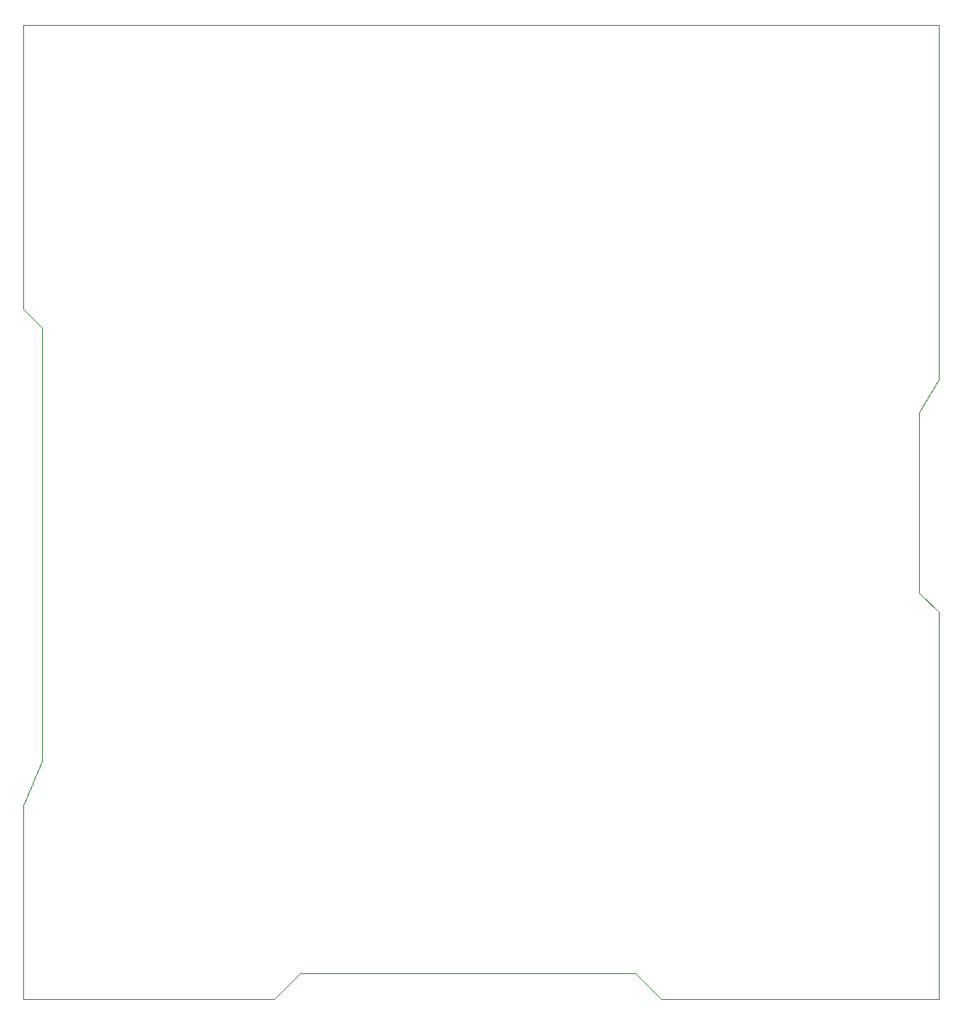
<source format=gbr>
%TF.GenerationSoftware,KiCad,Pcbnew,(5.1.10)-1*%
%TF.CreationDate,2021-11-15T13:08:25-05:00*%
%TF.ProjectId,REVERB Interface,52455645-5242-4204-996e-746572666163,rev?*%
%TF.SameCoordinates,Original*%
%TF.FileFunction,Profile,NP*%
%FSLAX46Y46*%
G04 Gerber Fmt 4.6, Leading zero omitted, Abs format (unit mm)*
G04 Created by KiCad (PCBNEW (5.1.10)-1) date 2021-11-15 13:08:25*
%MOMM*%
%LPD*%
G01*
G04 APERTURE LIST*
%TA.AperFunction,Profile*%
%ADD10C,0.050000*%
%TD*%
G04 APERTURE END LIST*
D10*
X197006000Y-52859000D02*
X106836000Y-52859000D01*
X197006000Y-87784000D02*
X197006000Y-52859000D01*
X195101000Y-90959000D02*
X197006000Y-87784000D01*
X195101000Y-108739000D02*
X195101000Y-90959000D01*
X197006000Y-110644000D02*
X195101000Y-108739000D01*
X197006000Y-148744000D02*
X197006000Y-110644000D01*
X169701000Y-148744000D02*
X197006000Y-148744000D01*
X167161000Y-146204000D02*
X169701000Y-148744000D01*
X134141000Y-146204000D02*
X167161000Y-146204000D01*
X131601000Y-148744000D02*
X134141000Y-146204000D01*
X106836000Y-148744000D02*
X131601000Y-148744000D01*
X106836000Y-129694000D02*
X106836000Y-148744000D01*
X108741000Y-125249000D02*
X106836000Y-129694000D01*
X108741000Y-82704000D02*
X108741000Y-125249000D01*
X106836000Y-80799000D02*
X108741000Y-82704000D01*
X106836000Y-52859000D02*
X106836000Y-80799000D01*
M02*

</source>
